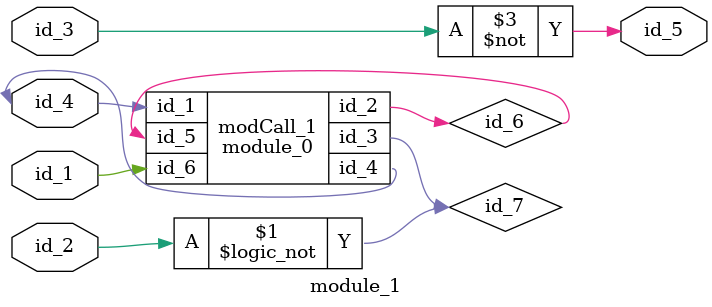
<source format=v>
module module_0 (
    id_1,
    id_2,
    id_3,
    id_4,
    id_5,
    id_6
);
  input wire id_6;
  input wire id_5;
  output wire id_4;
  inout wire id_3;
  output wire id_2;
  input wire id_1;
  assign id_3 = id_3;
endmodule
module module_1 (
    id_1,
    id_2,
    id_3,
    id_4,
    id_5
);
  output wire id_5;
  inout wire id_4;
  input wire id_3;
  inout wire id_2;
  input wire id_1;
  wire id_6;
  wire id_7;
  assign id_7 = !id_2;
  module_0 modCall_1 (
      id_4,
      id_6,
      id_7,
      id_4,
      id_6,
      id_1
  );
  assign id_5 = id_3 ~^ 1'b0;
endmodule

</source>
